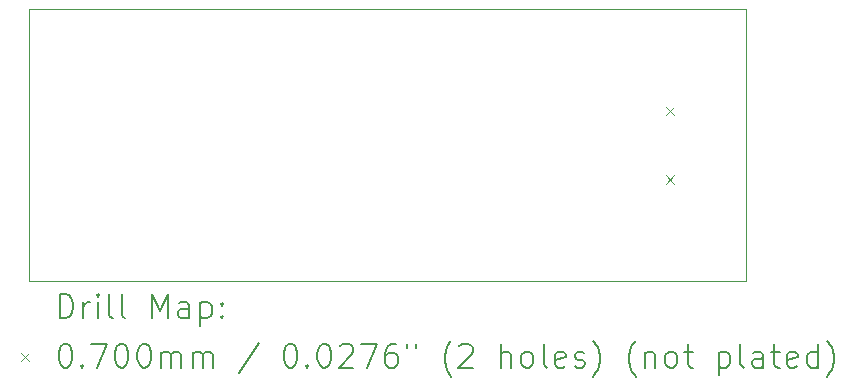
<source format=gbr>
%TF.GenerationSoftware,KiCad,Pcbnew,7.0.7*%
%TF.CreationDate,2023-12-21T17:25:02+09:00*%
%TF.ProjectId,pocket_sdr_v2.1,706f636b-6574-45f7-9364-725f76322e31,rev?*%
%TF.SameCoordinates,Original*%
%TF.FileFunction,Drillmap*%
%TF.FilePolarity,Positive*%
%FSLAX45Y45*%
G04 Gerber Fmt 4.5, Leading zero omitted, Abs format (unit mm)*
G04 Created by KiCad (PCBNEW 7.0.7) date 2023-12-21 17:25:02*
%MOMM*%
%LPD*%
G01*
G04 APERTURE LIST*
%ADD10C,0.050000*%
%ADD11C,0.200000*%
%ADD12C,0.070000*%
G04 APERTURE END LIST*
D10*
X18170630Y-9350000D02*
X18170630Y-11650000D01*
X12100110Y-9350000D02*
X18170630Y-9350000D01*
X18170630Y-11650000D02*
X12100110Y-11650000D01*
X12100110Y-11650000D02*
X12100110Y-9350000D01*
D11*
D12*
X17490630Y-10178000D02*
X17560630Y-10248000D01*
X17560630Y-10178000D02*
X17490630Y-10248000D01*
X17490630Y-10756000D02*
X17560630Y-10826000D01*
X17560630Y-10756000D02*
X17490630Y-10826000D01*
D11*
X12358387Y-11963984D02*
X12358387Y-11763984D01*
X12358387Y-11763984D02*
X12406006Y-11763984D01*
X12406006Y-11763984D02*
X12434577Y-11773508D01*
X12434577Y-11773508D02*
X12453625Y-11792555D01*
X12453625Y-11792555D02*
X12463149Y-11811603D01*
X12463149Y-11811603D02*
X12472672Y-11849698D01*
X12472672Y-11849698D02*
X12472672Y-11878269D01*
X12472672Y-11878269D02*
X12463149Y-11916365D01*
X12463149Y-11916365D02*
X12453625Y-11935412D01*
X12453625Y-11935412D02*
X12434577Y-11954460D01*
X12434577Y-11954460D02*
X12406006Y-11963984D01*
X12406006Y-11963984D02*
X12358387Y-11963984D01*
X12558387Y-11963984D02*
X12558387Y-11830650D01*
X12558387Y-11868746D02*
X12567911Y-11849698D01*
X12567911Y-11849698D02*
X12577434Y-11840174D01*
X12577434Y-11840174D02*
X12596482Y-11830650D01*
X12596482Y-11830650D02*
X12615530Y-11830650D01*
X12682196Y-11963984D02*
X12682196Y-11830650D01*
X12682196Y-11763984D02*
X12672672Y-11773508D01*
X12672672Y-11773508D02*
X12682196Y-11783031D01*
X12682196Y-11783031D02*
X12691720Y-11773508D01*
X12691720Y-11773508D02*
X12682196Y-11763984D01*
X12682196Y-11763984D02*
X12682196Y-11783031D01*
X12806006Y-11963984D02*
X12786958Y-11954460D01*
X12786958Y-11954460D02*
X12777434Y-11935412D01*
X12777434Y-11935412D02*
X12777434Y-11763984D01*
X12910768Y-11963984D02*
X12891720Y-11954460D01*
X12891720Y-11954460D02*
X12882196Y-11935412D01*
X12882196Y-11935412D02*
X12882196Y-11763984D01*
X13139339Y-11963984D02*
X13139339Y-11763984D01*
X13139339Y-11763984D02*
X13206006Y-11906841D01*
X13206006Y-11906841D02*
X13272672Y-11763984D01*
X13272672Y-11763984D02*
X13272672Y-11963984D01*
X13453625Y-11963984D02*
X13453625Y-11859222D01*
X13453625Y-11859222D02*
X13444101Y-11840174D01*
X13444101Y-11840174D02*
X13425053Y-11830650D01*
X13425053Y-11830650D02*
X13386958Y-11830650D01*
X13386958Y-11830650D02*
X13367911Y-11840174D01*
X13453625Y-11954460D02*
X13434577Y-11963984D01*
X13434577Y-11963984D02*
X13386958Y-11963984D01*
X13386958Y-11963984D02*
X13367911Y-11954460D01*
X13367911Y-11954460D02*
X13358387Y-11935412D01*
X13358387Y-11935412D02*
X13358387Y-11916365D01*
X13358387Y-11916365D02*
X13367911Y-11897317D01*
X13367911Y-11897317D02*
X13386958Y-11887793D01*
X13386958Y-11887793D02*
X13434577Y-11887793D01*
X13434577Y-11887793D02*
X13453625Y-11878269D01*
X13548863Y-11830650D02*
X13548863Y-12030650D01*
X13548863Y-11840174D02*
X13567911Y-11830650D01*
X13567911Y-11830650D02*
X13606006Y-11830650D01*
X13606006Y-11830650D02*
X13625053Y-11840174D01*
X13625053Y-11840174D02*
X13634577Y-11849698D01*
X13634577Y-11849698D02*
X13644101Y-11868746D01*
X13644101Y-11868746D02*
X13644101Y-11925888D01*
X13644101Y-11925888D02*
X13634577Y-11944936D01*
X13634577Y-11944936D02*
X13625053Y-11954460D01*
X13625053Y-11954460D02*
X13606006Y-11963984D01*
X13606006Y-11963984D02*
X13567911Y-11963984D01*
X13567911Y-11963984D02*
X13548863Y-11954460D01*
X13729815Y-11944936D02*
X13739339Y-11954460D01*
X13739339Y-11954460D02*
X13729815Y-11963984D01*
X13729815Y-11963984D02*
X13720292Y-11954460D01*
X13720292Y-11954460D02*
X13729815Y-11944936D01*
X13729815Y-11944936D02*
X13729815Y-11963984D01*
X13729815Y-11840174D02*
X13739339Y-11849698D01*
X13739339Y-11849698D02*
X13729815Y-11859222D01*
X13729815Y-11859222D02*
X13720292Y-11849698D01*
X13720292Y-11849698D02*
X13729815Y-11840174D01*
X13729815Y-11840174D02*
X13729815Y-11859222D01*
D12*
X12027610Y-12257500D02*
X12097610Y-12327500D01*
X12097610Y-12257500D02*
X12027610Y-12327500D01*
D11*
X12396482Y-12183984D02*
X12415530Y-12183984D01*
X12415530Y-12183984D02*
X12434577Y-12193508D01*
X12434577Y-12193508D02*
X12444101Y-12203031D01*
X12444101Y-12203031D02*
X12453625Y-12222079D01*
X12453625Y-12222079D02*
X12463149Y-12260174D01*
X12463149Y-12260174D02*
X12463149Y-12307793D01*
X12463149Y-12307793D02*
X12453625Y-12345888D01*
X12453625Y-12345888D02*
X12444101Y-12364936D01*
X12444101Y-12364936D02*
X12434577Y-12374460D01*
X12434577Y-12374460D02*
X12415530Y-12383984D01*
X12415530Y-12383984D02*
X12396482Y-12383984D01*
X12396482Y-12383984D02*
X12377434Y-12374460D01*
X12377434Y-12374460D02*
X12367911Y-12364936D01*
X12367911Y-12364936D02*
X12358387Y-12345888D01*
X12358387Y-12345888D02*
X12348863Y-12307793D01*
X12348863Y-12307793D02*
X12348863Y-12260174D01*
X12348863Y-12260174D02*
X12358387Y-12222079D01*
X12358387Y-12222079D02*
X12367911Y-12203031D01*
X12367911Y-12203031D02*
X12377434Y-12193508D01*
X12377434Y-12193508D02*
X12396482Y-12183984D01*
X12548863Y-12364936D02*
X12558387Y-12374460D01*
X12558387Y-12374460D02*
X12548863Y-12383984D01*
X12548863Y-12383984D02*
X12539339Y-12374460D01*
X12539339Y-12374460D02*
X12548863Y-12364936D01*
X12548863Y-12364936D02*
X12548863Y-12383984D01*
X12625053Y-12183984D02*
X12758387Y-12183984D01*
X12758387Y-12183984D02*
X12672672Y-12383984D01*
X12872672Y-12183984D02*
X12891720Y-12183984D01*
X12891720Y-12183984D02*
X12910768Y-12193508D01*
X12910768Y-12193508D02*
X12920292Y-12203031D01*
X12920292Y-12203031D02*
X12929815Y-12222079D01*
X12929815Y-12222079D02*
X12939339Y-12260174D01*
X12939339Y-12260174D02*
X12939339Y-12307793D01*
X12939339Y-12307793D02*
X12929815Y-12345888D01*
X12929815Y-12345888D02*
X12920292Y-12364936D01*
X12920292Y-12364936D02*
X12910768Y-12374460D01*
X12910768Y-12374460D02*
X12891720Y-12383984D01*
X12891720Y-12383984D02*
X12872672Y-12383984D01*
X12872672Y-12383984D02*
X12853625Y-12374460D01*
X12853625Y-12374460D02*
X12844101Y-12364936D01*
X12844101Y-12364936D02*
X12834577Y-12345888D01*
X12834577Y-12345888D02*
X12825053Y-12307793D01*
X12825053Y-12307793D02*
X12825053Y-12260174D01*
X12825053Y-12260174D02*
X12834577Y-12222079D01*
X12834577Y-12222079D02*
X12844101Y-12203031D01*
X12844101Y-12203031D02*
X12853625Y-12193508D01*
X12853625Y-12193508D02*
X12872672Y-12183984D01*
X13063149Y-12183984D02*
X13082196Y-12183984D01*
X13082196Y-12183984D02*
X13101244Y-12193508D01*
X13101244Y-12193508D02*
X13110768Y-12203031D01*
X13110768Y-12203031D02*
X13120292Y-12222079D01*
X13120292Y-12222079D02*
X13129815Y-12260174D01*
X13129815Y-12260174D02*
X13129815Y-12307793D01*
X13129815Y-12307793D02*
X13120292Y-12345888D01*
X13120292Y-12345888D02*
X13110768Y-12364936D01*
X13110768Y-12364936D02*
X13101244Y-12374460D01*
X13101244Y-12374460D02*
X13082196Y-12383984D01*
X13082196Y-12383984D02*
X13063149Y-12383984D01*
X13063149Y-12383984D02*
X13044101Y-12374460D01*
X13044101Y-12374460D02*
X13034577Y-12364936D01*
X13034577Y-12364936D02*
X13025053Y-12345888D01*
X13025053Y-12345888D02*
X13015530Y-12307793D01*
X13015530Y-12307793D02*
X13015530Y-12260174D01*
X13015530Y-12260174D02*
X13025053Y-12222079D01*
X13025053Y-12222079D02*
X13034577Y-12203031D01*
X13034577Y-12203031D02*
X13044101Y-12193508D01*
X13044101Y-12193508D02*
X13063149Y-12183984D01*
X13215530Y-12383984D02*
X13215530Y-12250650D01*
X13215530Y-12269698D02*
X13225053Y-12260174D01*
X13225053Y-12260174D02*
X13244101Y-12250650D01*
X13244101Y-12250650D02*
X13272673Y-12250650D01*
X13272673Y-12250650D02*
X13291720Y-12260174D01*
X13291720Y-12260174D02*
X13301244Y-12279222D01*
X13301244Y-12279222D02*
X13301244Y-12383984D01*
X13301244Y-12279222D02*
X13310768Y-12260174D01*
X13310768Y-12260174D02*
X13329815Y-12250650D01*
X13329815Y-12250650D02*
X13358387Y-12250650D01*
X13358387Y-12250650D02*
X13377434Y-12260174D01*
X13377434Y-12260174D02*
X13386958Y-12279222D01*
X13386958Y-12279222D02*
X13386958Y-12383984D01*
X13482196Y-12383984D02*
X13482196Y-12250650D01*
X13482196Y-12269698D02*
X13491720Y-12260174D01*
X13491720Y-12260174D02*
X13510768Y-12250650D01*
X13510768Y-12250650D02*
X13539339Y-12250650D01*
X13539339Y-12250650D02*
X13558387Y-12260174D01*
X13558387Y-12260174D02*
X13567911Y-12279222D01*
X13567911Y-12279222D02*
X13567911Y-12383984D01*
X13567911Y-12279222D02*
X13577434Y-12260174D01*
X13577434Y-12260174D02*
X13596482Y-12250650D01*
X13596482Y-12250650D02*
X13625053Y-12250650D01*
X13625053Y-12250650D02*
X13644101Y-12260174D01*
X13644101Y-12260174D02*
X13653625Y-12279222D01*
X13653625Y-12279222D02*
X13653625Y-12383984D01*
X14044101Y-12174460D02*
X13872673Y-12431603D01*
X14301244Y-12183984D02*
X14320292Y-12183984D01*
X14320292Y-12183984D02*
X14339339Y-12193508D01*
X14339339Y-12193508D02*
X14348863Y-12203031D01*
X14348863Y-12203031D02*
X14358387Y-12222079D01*
X14358387Y-12222079D02*
X14367911Y-12260174D01*
X14367911Y-12260174D02*
X14367911Y-12307793D01*
X14367911Y-12307793D02*
X14358387Y-12345888D01*
X14358387Y-12345888D02*
X14348863Y-12364936D01*
X14348863Y-12364936D02*
X14339339Y-12374460D01*
X14339339Y-12374460D02*
X14320292Y-12383984D01*
X14320292Y-12383984D02*
X14301244Y-12383984D01*
X14301244Y-12383984D02*
X14282196Y-12374460D01*
X14282196Y-12374460D02*
X14272673Y-12364936D01*
X14272673Y-12364936D02*
X14263149Y-12345888D01*
X14263149Y-12345888D02*
X14253625Y-12307793D01*
X14253625Y-12307793D02*
X14253625Y-12260174D01*
X14253625Y-12260174D02*
X14263149Y-12222079D01*
X14263149Y-12222079D02*
X14272673Y-12203031D01*
X14272673Y-12203031D02*
X14282196Y-12193508D01*
X14282196Y-12193508D02*
X14301244Y-12183984D01*
X14453625Y-12364936D02*
X14463149Y-12374460D01*
X14463149Y-12374460D02*
X14453625Y-12383984D01*
X14453625Y-12383984D02*
X14444101Y-12374460D01*
X14444101Y-12374460D02*
X14453625Y-12364936D01*
X14453625Y-12364936D02*
X14453625Y-12383984D01*
X14586958Y-12183984D02*
X14606006Y-12183984D01*
X14606006Y-12183984D02*
X14625054Y-12193508D01*
X14625054Y-12193508D02*
X14634577Y-12203031D01*
X14634577Y-12203031D02*
X14644101Y-12222079D01*
X14644101Y-12222079D02*
X14653625Y-12260174D01*
X14653625Y-12260174D02*
X14653625Y-12307793D01*
X14653625Y-12307793D02*
X14644101Y-12345888D01*
X14644101Y-12345888D02*
X14634577Y-12364936D01*
X14634577Y-12364936D02*
X14625054Y-12374460D01*
X14625054Y-12374460D02*
X14606006Y-12383984D01*
X14606006Y-12383984D02*
X14586958Y-12383984D01*
X14586958Y-12383984D02*
X14567911Y-12374460D01*
X14567911Y-12374460D02*
X14558387Y-12364936D01*
X14558387Y-12364936D02*
X14548863Y-12345888D01*
X14548863Y-12345888D02*
X14539339Y-12307793D01*
X14539339Y-12307793D02*
X14539339Y-12260174D01*
X14539339Y-12260174D02*
X14548863Y-12222079D01*
X14548863Y-12222079D02*
X14558387Y-12203031D01*
X14558387Y-12203031D02*
X14567911Y-12193508D01*
X14567911Y-12193508D02*
X14586958Y-12183984D01*
X14729816Y-12203031D02*
X14739339Y-12193508D01*
X14739339Y-12193508D02*
X14758387Y-12183984D01*
X14758387Y-12183984D02*
X14806006Y-12183984D01*
X14806006Y-12183984D02*
X14825054Y-12193508D01*
X14825054Y-12193508D02*
X14834577Y-12203031D01*
X14834577Y-12203031D02*
X14844101Y-12222079D01*
X14844101Y-12222079D02*
X14844101Y-12241127D01*
X14844101Y-12241127D02*
X14834577Y-12269698D01*
X14834577Y-12269698D02*
X14720292Y-12383984D01*
X14720292Y-12383984D02*
X14844101Y-12383984D01*
X14910768Y-12183984D02*
X15044101Y-12183984D01*
X15044101Y-12183984D02*
X14958387Y-12383984D01*
X15206006Y-12183984D02*
X15167911Y-12183984D01*
X15167911Y-12183984D02*
X15148863Y-12193508D01*
X15148863Y-12193508D02*
X15139339Y-12203031D01*
X15139339Y-12203031D02*
X15120292Y-12231603D01*
X15120292Y-12231603D02*
X15110768Y-12269698D01*
X15110768Y-12269698D02*
X15110768Y-12345888D01*
X15110768Y-12345888D02*
X15120292Y-12364936D01*
X15120292Y-12364936D02*
X15129816Y-12374460D01*
X15129816Y-12374460D02*
X15148863Y-12383984D01*
X15148863Y-12383984D02*
X15186958Y-12383984D01*
X15186958Y-12383984D02*
X15206006Y-12374460D01*
X15206006Y-12374460D02*
X15215530Y-12364936D01*
X15215530Y-12364936D02*
X15225054Y-12345888D01*
X15225054Y-12345888D02*
X15225054Y-12298269D01*
X15225054Y-12298269D02*
X15215530Y-12279222D01*
X15215530Y-12279222D02*
X15206006Y-12269698D01*
X15206006Y-12269698D02*
X15186958Y-12260174D01*
X15186958Y-12260174D02*
X15148863Y-12260174D01*
X15148863Y-12260174D02*
X15129816Y-12269698D01*
X15129816Y-12269698D02*
X15120292Y-12279222D01*
X15120292Y-12279222D02*
X15110768Y-12298269D01*
X15301244Y-12183984D02*
X15301244Y-12222079D01*
X15377435Y-12183984D02*
X15377435Y-12222079D01*
X15672673Y-12460174D02*
X15663149Y-12450650D01*
X15663149Y-12450650D02*
X15644101Y-12422079D01*
X15644101Y-12422079D02*
X15634578Y-12403031D01*
X15634578Y-12403031D02*
X15625054Y-12374460D01*
X15625054Y-12374460D02*
X15615530Y-12326841D01*
X15615530Y-12326841D02*
X15615530Y-12288746D01*
X15615530Y-12288746D02*
X15625054Y-12241127D01*
X15625054Y-12241127D02*
X15634578Y-12212555D01*
X15634578Y-12212555D02*
X15644101Y-12193508D01*
X15644101Y-12193508D02*
X15663149Y-12164936D01*
X15663149Y-12164936D02*
X15672673Y-12155412D01*
X15739339Y-12203031D02*
X15748863Y-12193508D01*
X15748863Y-12193508D02*
X15767911Y-12183984D01*
X15767911Y-12183984D02*
X15815530Y-12183984D01*
X15815530Y-12183984D02*
X15834578Y-12193508D01*
X15834578Y-12193508D02*
X15844101Y-12203031D01*
X15844101Y-12203031D02*
X15853625Y-12222079D01*
X15853625Y-12222079D02*
X15853625Y-12241127D01*
X15853625Y-12241127D02*
X15844101Y-12269698D01*
X15844101Y-12269698D02*
X15729816Y-12383984D01*
X15729816Y-12383984D02*
X15853625Y-12383984D01*
X16091720Y-12383984D02*
X16091720Y-12183984D01*
X16177435Y-12383984D02*
X16177435Y-12279222D01*
X16177435Y-12279222D02*
X16167911Y-12260174D01*
X16167911Y-12260174D02*
X16148863Y-12250650D01*
X16148863Y-12250650D02*
X16120292Y-12250650D01*
X16120292Y-12250650D02*
X16101244Y-12260174D01*
X16101244Y-12260174D02*
X16091720Y-12269698D01*
X16301244Y-12383984D02*
X16282197Y-12374460D01*
X16282197Y-12374460D02*
X16272673Y-12364936D01*
X16272673Y-12364936D02*
X16263149Y-12345888D01*
X16263149Y-12345888D02*
X16263149Y-12288746D01*
X16263149Y-12288746D02*
X16272673Y-12269698D01*
X16272673Y-12269698D02*
X16282197Y-12260174D01*
X16282197Y-12260174D02*
X16301244Y-12250650D01*
X16301244Y-12250650D02*
X16329816Y-12250650D01*
X16329816Y-12250650D02*
X16348863Y-12260174D01*
X16348863Y-12260174D02*
X16358387Y-12269698D01*
X16358387Y-12269698D02*
X16367911Y-12288746D01*
X16367911Y-12288746D02*
X16367911Y-12345888D01*
X16367911Y-12345888D02*
X16358387Y-12364936D01*
X16358387Y-12364936D02*
X16348863Y-12374460D01*
X16348863Y-12374460D02*
X16329816Y-12383984D01*
X16329816Y-12383984D02*
X16301244Y-12383984D01*
X16482197Y-12383984D02*
X16463149Y-12374460D01*
X16463149Y-12374460D02*
X16453625Y-12355412D01*
X16453625Y-12355412D02*
X16453625Y-12183984D01*
X16634578Y-12374460D02*
X16615530Y-12383984D01*
X16615530Y-12383984D02*
X16577435Y-12383984D01*
X16577435Y-12383984D02*
X16558387Y-12374460D01*
X16558387Y-12374460D02*
X16548863Y-12355412D01*
X16548863Y-12355412D02*
X16548863Y-12279222D01*
X16548863Y-12279222D02*
X16558387Y-12260174D01*
X16558387Y-12260174D02*
X16577435Y-12250650D01*
X16577435Y-12250650D02*
X16615530Y-12250650D01*
X16615530Y-12250650D02*
X16634578Y-12260174D01*
X16634578Y-12260174D02*
X16644101Y-12279222D01*
X16644101Y-12279222D02*
X16644101Y-12298269D01*
X16644101Y-12298269D02*
X16548863Y-12317317D01*
X16720292Y-12374460D02*
X16739340Y-12383984D01*
X16739340Y-12383984D02*
X16777435Y-12383984D01*
X16777435Y-12383984D02*
X16796483Y-12374460D01*
X16796483Y-12374460D02*
X16806006Y-12355412D01*
X16806006Y-12355412D02*
X16806006Y-12345888D01*
X16806006Y-12345888D02*
X16796483Y-12326841D01*
X16796483Y-12326841D02*
X16777435Y-12317317D01*
X16777435Y-12317317D02*
X16748863Y-12317317D01*
X16748863Y-12317317D02*
X16729816Y-12307793D01*
X16729816Y-12307793D02*
X16720292Y-12288746D01*
X16720292Y-12288746D02*
X16720292Y-12279222D01*
X16720292Y-12279222D02*
X16729816Y-12260174D01*
X16729816Y-12260174D02*
X16748863Y-12250650D01*
X16748863Y-12250650D02*
X16777435Y-12250650D01*
X16777435Y-12250650D02*
X16796483Y-12260174D01*
X16872673Y-12460174D02*
X16882197Y-12450650D01*
X16882197Y-12450650D02*
X16901244Y-12422079D01*
X16901244Y-12422079D02*
X16910768Y-12403031D01*
X16910768Y-12403031D02*
X16920292Y-12374460D01*
X16920292Y-12374460D02*
X16929816Y-12326841D01*
X16929816Y-12326841D02*
X16929816Y-12288746D01*
X16929816Y-12288746D02*
X16920292Y-12241127D01*
X16920292Y-12241127D02*
X16910768Y-12212555D01*
X16910768Y-12212555D02*
X16901244Y-12193508D01*
X16901244Y-12193508D02*
X16882197Y-12164936D01*
X16882197Y-12164936D02*
X16872673Y-12155412D01*
X17234578Y-12460174D02*
X17225054Y-12450650D01*
X17225054Y-12450650D02*
X17206006Y-12422079D01*
X17206006Y-12422079D02*
X17196483Y-12403031D01*
X17196483Y-12403031D02*
X17186959Y-12374460D01*
X17186959Y-12374460D02*
X17177435Y-12326841D01*
X17177435Y-12326841D02*
X17177435Y-12288746D01*
X17177435Y-12288746D02*
X17186959Y-12241127D01*
X17186959Y-12241127D02*
X17196483Y-12212555D01*
X17196483Y-12212555D02*
X17206006Y-12193508D01*
X17206006Y-12193508D02*
X17225054Y-12164936D01*
X17225054Y-12164936D02*
X17234578Y-12155412D01*
X17310768Y-12250650D02*
X17310768Y-12383984D01*
X17310768Y-12269698D02*
X17320292Y-12260174D01*
X17320292Y-12260174D02*
X17339340Y-12250650D01*
X17339340Y-12250650D02*
X17367911Y-12250650D01*
X17367911Y-12250650D02*
X17386959Y-12260174D01*
X17386959Y-12260174D02*
X17396483Y-12279222D01*
X17396483Y-12279222D02*
X17396483Y-12383984D01*
X17520292Y-12383984D02*
X17501244Y-12374460D01*
X17501244Y-12374460D02*
X17491721Y-12364936D01*
X17491721Y-12364936D02*
X17482197Y-12345888D01*
X17482197Y-12345888D02*
X17482197Y-12288746D01*
X17482197Y-12288746D02*
X17491721Y-12269698D01*
X17491721Y-12269698D02*
X17501244Y-12260174D01*
X17501244Y-12260174D02*
X17520292Y-12250650D01*
X17520292Y-12250650D02*
X17548864Y-12250650D01*
X17548864Y-12250650D02*
X17567911Y-12260174D01*
X17567911Y-12260174D02*
X17577435Y-12269698D01*
X17577435Y-12269698D02*
X17586959Y-12288746D01*
X17586959Y-12288746D02*
X17586959Y-12345888D01*
X17586959Y-12345888D02*
X17577435Y-12364936D01*
X17577435Y-12364936D02*
X17567911Y-12374460D01*
X17567911Y-12374460D02*
X17548864Y-12383984D01*
X17548864Y-12383984D02*
X17520292Y-12383984D01*
X17644102Y-12250650D02*
X17720292Y-12250650D01*
X17672673Y-12183984D02*
X17672673Y-12355412D01*
X17672673Y-12355412D02*
X17682197Y-12374460D01*
X17682197Y-12374460D02*
X17701244Y-12383984D01*
X17701244Y-12383984D02*
X17720292Y-12383984D01*
X17939340Y-12250650D02*
X17939340Y-12450650D01*
X17939340Y-12260174D02*
X17958387Y-12250650D01*
X17958387Y-12250650D02*
X17996483Y-12250650D01*
X17996483Y-12250650D02*
X18015530Y-12260174D01*
X18015530Y-12260174D02*
X18025054Y-12269698D01*
X18025054Y-12269698D02*
X18034578Y-12288746D01*
X18034578Y-12288746D02*
X18034578Y-12345888D01*
X18034578Y-12345888D02*
X18025054Y-12364936D01*
X18025054Y-12364936D02*
X18015530Y-12374460D01*
X18015530Y-12374460D02*
X17996483Y-12383984D01*
X17996483Y-12383984D02*
X17958387Y-12383984D01*
X17958387Y-12383984D02*
X17939340Y-12374460D01*
X18148864Y-12383984D02*
X18129816Y-12374460D01*
X18129816Y-12374460D02*
X18120292Y-12355412D01*
X18120292Y-12355412D02*
X18120292Y-12183984D01*
X18310768Y-12383984D02*
X18310768Y-12279222D01*
X18310768Y-12279222D02*
X18301245Y-12260174D01*
X18301245Y-12260174D02*
X18282197Y-12250650D01*
X18282197Y-12250650D02*
X18244102Y-12250650D01*
X18244102Y-12250650D02*
X18225054Y-12260174D01*
X18310768Y-12374460D02*
X18291721Y-12383984D01*
X18291721Y-12383984D02*
X18244102Y-12383984D01*
X18244102Y-12383984D02*
X18225054Y-12374460D01*
X18225054Y-12374460D02*
X18215530Y-12355412D01*
X18215530Y-12355412D02*
X18215530Y-12336365D01*
X18215530Y-12336365D02*
X18225054Y-12317317D01*
X18225054Y-12317317D02*
X18244102Y-12307793D01*
X18244102Y-12307793D02*
X18291721Y-12307793D01*
X18291721Y-12307793D02*
X18310768Y-12298269D01*
X18377435Y-12250650D02*
X18453625Y-12250650D01*
X18406006Y-12183984D02*
X18406006Y-12355412D01*
X18406006Y-12355412D02*
X18415530Y-12374460D01*
X18415530Y-12374460D02*
X18434578Y-12383984D01*
X18434578Y-12383984D02*
X18453625Y-12383984D01*
X18596483Y-12374460D02*
X18577435Y-12383984D01*
X18577435Y-12383984D02*
X18539340Y-12383984D01*
X18539340Y-12383984D02*
X18520292Y-12374460D01*
X18520292Y-12374460D02*
X18510768Y-12355412D01*
X18510768Y-12355412D02*
X18510768Y-12279222D01*
X18510768Y-12279222D02*
X18520292Y-12260174D01*
X18520292Y-12260174D02*
X18539340Y-12250650D01*
X18539340Y-12250650D02*
X18577435Y-12250650D01*
X18577435Y-12250650D02*
X18596483Y-12260174D01*
X18596483Y-12260174D02*
X18606006Y-12279222D01*
X18606006Y-12279222D02*
X18606006Y-12298269D01*
X18606006Y-12298269D02*
X18510768Y-12317317D01*
X18777435Y-12383984D02*
X18777435Y-12183984D01*
X18777435Y-12374460D02*
X18758387Y-12383984D01*
X18758387Y-12383984D02*
X18720292Y-12383984D01*
X18720292Y-12383984D02*
X18701245Y-12374460D01*
X18701245Y-12374460D02*
X18691721Y-12364936D01*
X18691721Y-12364936D02*
X18682197Y-12345888D01*
X18682197Y-12345888D02*
X18682197Y-12288746D01*
X18682197Y-12288746D02*
X18691721Y-12269698D01*
X18691721Y-12269698D02*
X18701245Y-12260174D01*
X18701245Y-12260174D02*
X18720292Y-12250650D01*
X18720292Y-12250650D02*
X18758387Y-12250650D01*
X18758387Y-12250650D02*
X18777435Y-12260174D01*
X18853626Y-12460174D02*
X18863149Y-12450650D01*
X18863149Y-12450650D02*
X18882197Y-12422079D01*
X18882197Y-12422079D02*
X18891721Y-12403031D01*
X18891721Y-12403031D02*
X18901245Y-12374460D01*
X18901245Y-12374460D02*
X18910768Y-12326841D01*
X18910768Y-12326841D02*
X18910768Y-12288746D01*
X18910768Y-12288746D02*
X18901245Y-12241127D01*
X18901245Y-12241127D02*
X18891721Y-12212555D01*
X18891721Y-12212555D02*
X18882197Y-12193508D01*
X18882197Y-12193508D02*
X18863149Y-12164936D01*
X18863149Y-12164936D02*
X18853626Y-12155412D01*
M02*

</source>
